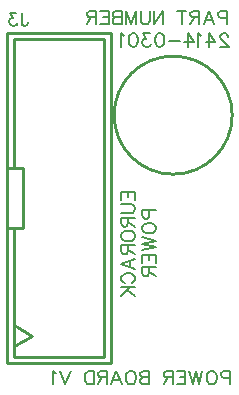
<source format=gbo>
G04 Layer: BottomSilkscreenLayer*
G04 EasyEDA v6.5.22, 2023-04-16 14:26:35*
G04 bb8b18280e224fb8820cbfc46fcd3399,5a6b42c53f6a479593ecc07194224c93,10*
G04 Gerber Generator version 0.2*
G04 Scale: 100 percent, Rotated: No, Reflected: No *
G04 Dimensions in millimeters *
G04 leading zeros omitted , absolute positions ,4 integer and 5 decimal *
%FSLAX45Y45*%
%MOMM*%

%ADD10C,0.2032*%
%ADD11C,0.1524*%
%ADD12C,0.2540*%

%LPD*%
D10*
X1917700Y11614589D02*
G01*
X1917700Y11500045D01*
X1917700Y11614589D02*
G01*
X1868609Y11614589D01*
X1852246Y11609136D01*
X1846790Y11603682D01*
X1841337Y11592773D01*
X1841337Y11576408D01*
X1846790Y11565498D01*
X1852246Y11560045D01*
X1868609Y11554589D01*
X1917700Y11554589D01*
X1761700Y11614589D02*
G01*
X1805335Y11500045D01*
X1761700Y11614589D02*
G01*
X1718063Y11500045D01*
X1788972Y11538226D02*
G01*
X1734428Y11538226D01*
X1682064Y11614589D02*
G01*
X1682064Y11500045D01*
X1682064Y11614589D02*
G01*
X1632973Y11614589D01*
X1616610Y11609136D01*
X1611155Y11603682D01*
X1605701Y11592773D01*
X1605701Y11581864D01*
X1611155Y11570954D01*
X1616610Y11565498D01*
X1632973Y11560045D01*
X1682064Y11560045D01*
X1643882Y11560045D02*
G01*
X1605701Y11500045D01*
X1531518Y11614589D02*
G01*
X1531518Y11500045D01*
X1569699Y11614589D02*
G01*
X1493337Y11614589D01*
X1373337Y11614589D02*
G01*
X1373337Y11500045D01*
X1373337Y11614589D02*
G01*
X1296974Y11500045D01*
X1296974Y11614589D02*
G01*
X1296974Y11500045D01*
X1260972Y11614589D02*
G01*
X1260972Y11532773D01*
X1255519Y11516408D01*
X1244610Y11505498D01*
X1228247Y11500045D01*
X1217338Y11500045D01*
X1200972Y11505498D01*
X1190066Y11516408D01*
X1184610Y11532773D01*
X1184610Y11614589D01*
X1148610Y11614589D02*
G01*
X1148610Y11500045D01*
X1148610Y11614589D02*
G01*
X1104973Y11500045D01*
X1061338Y11614589D02*
G01*
X1104973Y11500045D01*
X1061338Y11614589D02*
G01*
X1061338Y11500045D01*
X1025337Y11614589D02*
G01*
X1025337Y11500045D01*
X1025337Y11614589D02*
G01*
X976246Y11614589D01*
X959883Y11609136D01*
X954430Y11603682D01*
X948974Y11592773D01*
X948974Y11581864D01*
X954430Y11570954D01*
X959883Y11565498D01*
X976246Y11560045D01*
X1025337Y11560045D02*
G01*
X976246Y11560045D01*
X959883Y11554589D01*
X954430Y11549136D01*
X948974Y11538226D01*
X948974Y11521864D01*
X954430Y11510954D01*
X959883Y11505498D01*
X976246Y11500045D01*
X1025337Y11500045D01*
X912975Y11614589D02*
G01*
X912975Y11500045D01*
X912975Y11614589D02*
G01*
X842065Y11614589D01*
X912975Y11560045D02*
G01*
X869337Y11560045D01*
X912975Y11500045D02*
G01*
X842065Y11500045D01*
X806066Y11614589D02*
G01*
X806066Y11500045D01*
X806066Y11614589D02*
G01*
X756975Y11614589D01*
X740610Y11609136D01*
X735157Y11603682D01*
X729701Y11592773D01*
X729701Y11581864D01*
X735157Y11570954D01*
X740610Y11565498D01*
X756975Y11560045D01*
X806066Y11560045D01*
X767885Y11560045D02*
G01*
X729701Y11500045D01*
X1924946Y11396817D02*
G01*
X1924946Y11402273D01*
X1919490Y11413182D01*
X1914037Y11418636D01*
X1903128Y11424089D01*
X1881309Y11424089D01*
X1870400Y11418636D01*
X1864946Y11413182D01*
X1859490Y11402273D01*
X1859490Y11391364D01*
X1864946Y11380454D01*
X1875853Y11364089D01*
X1930400Y11309545D01*
X1854037Y11309545D01*
X1763491Y11424089D02*
G01*
X1818035Y11347726D01*
X1736219Y11347726D01*
X1763491Y11424089D02*
G01*
X1763491Y11309545D01*
X1700217Y11402273D02*
G01*
X1689310Y11407726D01*
X1672945Y11424089D01*
X1672945Y11309545D01*
X1582399Y11424089D02*
G01*
X1636946Y11347726D01*
X1555127Y11347726D01*
X1582399Y11424089D02*
G01*
X1582399Y11309545D01*
X1519128Y11358636D02*
G01*
X1420947Y11358636D01*
X1352219Y11424089D02*
G01*
X1368582Y11418636D01*
X1379491Y11402273D01*
X1384947Y11374998D01*
X1384947Y11358636D01*
X1379491Y11331364D01*
X1368582Y11314998D01*
X1352219Y11309545D01*
X1341310Y11309545D01*
X1324947Y11314998D01*
X1314038Y11331364D01*
X1308582Y11358636D01*
X1308582Y11374998D01*
X1314038Y11402273D01*
X1324947Y11418636D01*
X1341310Y11424089D01*
X1352219Y11424089D01*
X1261673Y11424089D02*
G01*
X1201674Y11424089D01*
X1234401Y11380454D01*
X1218036Y11380454D01*
X1207129Y11374998D01*
X1201674Y11369545D01*
X1196220Y11353182D01*
X1196220Y11342273D01*
X1201674Y11325908D01*
X1212583Y11314998D01*
X1228945Y11309545D01*
X1245311Y11309545D01*
X1261673Y11314998D01*
X1267129Y11320454D01*
X1272583Y11331364D01*
X1127493Y11424089D02*
G01*
X1143855Y11418636D01*
X1154765Y11402273D01*
X1160218Y11374998D01*
X1160218Y11358636D01*
X1154765Y11331364D01*
X1143855Y11314998D01*
X1127493Y11309545D01*
X1116584Y11309545D01*
X1100218Y11314998D01*
X1089312Y11331364D01*
X1083856Y11358636D01*
X1083856Y11374998D01*
X1089312Y11402273D01*
X1100218Y11418636D01*
X1116584Y11424089D01*
X1127493Y11424089D01*
X1047856Y11402273D02*
G01*
X1036947Y11407726D01*
X1020584Y11424089D01*
X1020584Y11309545D01*
X1199710Y9931400D02*
G01*
X1314254Y9931400D01*
X1199710Y9931400D02*
G01*
X1199710Y9882309D01*
X1205163Y9865946D01*
X1210617Y9860490D01*
X1221526Y9855037D01*
X1237891Y9855037D01*
X1248801Y9860490D01*
X1254254Y9865946D01*
X1259710Y9882309D01*
X1259710Y9931400D01*
X1199710Y9786310D02*
G01*
X1205163Y9797219D01*
X1216073Y9808128D01*
X1226982Y9813582D01*
X1243345Y9819035D01*
X1270617Y9819035D01*
X1286982Y9813582D01*
X1297891Y9808128D01*
X1308801Y9797219D01*
X1314254Y9786310D01*
X1314254Y9764491D01*
X1308801Y9753582D01*
X1297891Y9742672D01*
X1286982Y9737219D01*
X1270617Y9731763D01*
X1243345Y9731763D01*
X1226982Y9737219D01*
X1216073Y9742672D01*
X1205163Y9753582D01*
X1199710Y9764491D01*
X1199710Y9786310D01*
X1199710Y9695764D02*
G01*
X1314254Y9668492D01*
X1199710Y9641217D02*
G01*
X1314254Y9668492D01*
X1199710Y9641217D02*
G01*
X1314254Y9613945D01*
X1199710Y9586673D02*
G01*
X1314254Y9613945D01*
X1199710Y9550674D02*
G01*
X1314254Y9550674D01*
X1199710Y9550674D02*
G01*
X1199710Y9479765D01*
X1254254Y9550674D02*
G01*
X1254254Y9507037D01*
X1314254Y9550674D02*
G01*
X1314254Y9479765D01*
X1199710Y9443765D02*
G01*
X1314254Y9443765D01*
X1199710Y9443765D02*
G01*
X1199710Y9394672D01*
X1205163Y9378309D01*
X1210617Y9372856D01*
X1221526Y9367400D01*
X1232435Y9367400D01*
X1243345Y9372856D01*
X1248801Y9378309D01*
X1254254Y9394672D01*
X1254254Y9443765D01*
X1254254Y9405581D02*
G01*
X1314254Y9367400D01*
X1943100Y8566589D02*
G01*
X1943100Y8452045D01*
X1943100Y8566589D02*
G01*
X1894009Y8566589D01*
X1877646Y8561136D01*
X1872190Y8555682D01*
X1866737Y8544773D01*
X1866737Y8528408D01*
X1872190Y8517499D01*
X1877646Y8512045D01*
X1894009Y8506589D01*
X1943100Y8506589D01*
X1798010Y8566589D02*
G01*
X1808919Y8561136D01*
X1819828Y8550226D01*
X1825282Y8539317D01*
X1830735Y8522954D01*
X1830735Y8495682D01*
X1825282Y8479317D01*
X1819828Y8468408D01*
X1808919Y8457499D01*
X1798010Y8452045D01*
X1776191Y8452045D01*
X1765282Y8457499D01*
X1754372Y8468408D01*
X1748919Y8479317D01*
X1743463Y8495682D01*
X1743463Y8522954D01*
X1748919Y8539317D01*
X1754372Y8550226D01*
X1765282Y8561136D01*
X1776191Y8566589D01*
X1798010Y8566589D01*
X1707464Y8566589D02*
G01*
X1680192Y8452045D01*
X1652917Y8566589D02*
G01*
X1680192Y8452045D01*
X1652917Y8566589D02*
G01*
X1625645Y8452045D01*
X1598373Y8566589D02*
G01*
X1625645Y8452045D01*
X1562374Y8566589D02*
G01*
X1562374Y8452045D01*
X1562374Y8566589D02*
G01*
X1491465Y8566589D01*
X1562374Y8512045D02*
G01*
X1518737Y8512045D01*
X1562374Y8452045D02*
G01*
X1491465Y8452045D01*
X1455465Y8566589D02*
G01*
X1455465Y8452045D01*
X1455465Y8566589D02*
G01*
X1406372Y8566589D01*
X1390009Y8561136D01*
X1384556Y8555682D01*
X1379101Y8544773D01*
X1379101Y8533864D01*
X1384556Y8522954D01*
X1390009Y8517499D01*
X1406372Y8512045D01*
X1455465Y8512045D01*
X1417281Y8512045D02*
G01*
X1379101Y8452045D01*
X1259100Y8566589D02*
G01*
X1259100Y8452045D01*
X1259100Y8566589D02*
G01*
X1210010Y8566589D01*
X1193647Y8561136D01*
X1188191Y8555682D01*
X1182738Y8544773D01*
X1182738Y8533864D01*
X1188191Y8522954D01*
X1193647Y8517499D01*
X1210010Y8512045D01*
X1259100Y8512045D02*
G01*
X1210010Y8512045D01*
X1193647Y8506589D01*
X1188191Y8501136D01*
X1182738Y8490226D01*
X1182738Y8473864D01*
X1188191Y8462954D01*
X1193647Y8457499D01*
X1210010Y8452045D01*
X1259100Y8452045D01*
X1114010Y8566589D02*
G01*
X1124920Y8561136D01*
X1135829Y8550226D01*
X1141282Y8539317D01*
X1146738Y8522954D01*
X1146738Y8495682D01*
X1141282Y8479317D01*
X1135829Y8468408D01*
X1124920Y8457499D01*
X1114010Y8452045D01*
X1092192Y8452045D01*
X1081283Y8457499D01*
X1070373Y8468408D01*
X1064920Y8479317D01*
X1059464Y8495682D01*
X1059464Y8522954D01*
X1064920Y8539317D01*
X1070373Y8550226D01*
X1081283Y8561136D01*
X1092192Y8566589D01*
X1114010Y8566589D01*
X979830Y8566589D02*
G01*
X1023465Y8452045D01*
X979830Y8566589D02*
G01*
X936193Y8452045D01*
X1007102Y8490226D02*
G01*
X952555Y8490226D01*
X900193Y8566589D02*
G01*
X900193Y8452045D01*
X900193Y8566589D02*
G01*
X851103Y8566589D01*
X834737Y8561136D01*
X829284Y8555682D01*
X823828Y8544773D01*
X823828Y8533864D01*
X829284Y8522954D01*
X834737Y8517499D01*
X851103Y8512045D01*
X900193Y8512045D01*
X862012Y8512045D02*
G01*
X823828Y8452045D01*
X787829Y8566589D02*
G01*
X787829Y8452045D01*
X787829Y8566589D02*
G01*
X749647Y8566589D01*
X733285Y8561136D01*
X722375Y8550226D01*
X716920Y8539317D01*
X711466Y8522954D01*
X711466Y8495682D01*
X716920Y8479317D01*
X722375Y8468408D01*
X733285Y8457499D01*
X749647Y8452045D01*
X787829Y8452045D01*
X591466Y8566589D02*
G01*
X547829Y8452045D01*
X504192Y8566589D02*
G01*
X547829Y8452045D01*
X468193Y8544773D02*
G01*
X457283Y8550226D01*
X440921Y8566589D01*
X440921Y8452045D01*
X1021910Y10083800D02*
G01*
X1136454Y10083800D01*
X1021910Y10083800D02*
G01*
X1021910Y10012890D01*
X1076454Y10083800D02*
G01*
X1076454Y10040162D01*
X1136454Y10083800D02*
G01*
X1136454Y10012890D01*
X1021910Y9976891D02*
G01*
X1103726Y9976891D01*
X1120091Y9971435D01*
X1131000Y9960528D01*
X1136454Y9944163D01*
X1136454Y9933254D01*
X1131000Y9916891D01*
X1120091Y9905982D01*
X1103726Y9900528D01*
X1021910Y9900528D01*
X1021910Y9864526D02*
G01*
X1136454Y9864526D01*
X1021910Y9864526D02*
G01*
X1021910Y9815436D01*
X1027363Y9799073D01*
X1032817Y9793617D01*
X1043726Y9788164D01*
X1054635Y9788164D01*
X1065545Y9793617D01*
X1071000Y9799073D01*
X1076454Y9815436D01*
X1076454Y9864526D01*
X1076454Y9826345D02*
G01*
X1136454Y9788164D01*
X1021910Y9719437D02*
G01*
X1027363Y9730346D01*
X1038273Y9741255D01*
X1049182Y9746708D01*
X1065545Y9752164D01*
X1092817Y9752164D01*
X1109182Y9746708D01*
X1120091Y9741255D01*
X1131000Y9730346D01*
X1136454Y9719437D01*
X1136454Y9697618D01*
X1131000Y9686709D01*
X1120091Y9675799D01*
X1109182Y9670346D01*
X1092817Y9664890D01*
X1065545Y9664890D01*
X1049182Y9670346D01*
X1038273Y9675799D01*
X1027363Y9686709D01*
X1021910Y9697618D01*
X1021910Y9719437D01*
X1021910Y9628891D02*
G01*
X1136454Y9628891D01*
X1021910Y9628891D02*
G01*
X1021910Y9579800D01*
X1027363Y9563437D01*
X1032817Y9557981D01*
X1043726Y9552528D01*
X1054635Y9552528D01*
X1065545Y9557981D01*
X1071000Y9563437D01*
X1076454Y9579800D01*
X1076454Y9628891D01*
X1076454Y9590709D02*
G01*
X1136454Y9552528D01*
X1021910Y9472891D02*
G01*
X1136454Y9516529D01*
X1021910Y9472891D02*
G01*
X1136454Y9429254D01*
X1098273Y9500163D02*
G01*
X1098273Y9445619D01*
X1049182Y9311436D02*
G01*
X1038273Y9316892D01*
X1027363Y9327802D01*
X1021910Y9338711D01*
X1021910Y9360529D01*
X1027363Y9371436D01*
X1038273Y9382345D01*
X1049182Y9387801D01*
X1065545Y9393255D01*
X1092817Y9393255D01*
X1109182Y9387801D01*
X1120091Y9382345D01*
X1131000Y9371436D01*
X1136454Y9360529D01*
X1136454Y9338711D01*
X1131000Y9327802D01*
X1120091Y9316892D01*
X1109182Y9311436D01*
X1021910Y9275437D02*
G01*
X1136454Y9275437D01*
X1021910Y9199074D02*
G01*
X1098273Y9275437D01*
X1071000Y9248165D02*
G01*
X1136454Y9199074D01*
D11*
X176529Y11596115D02*
G01*
X176529Y11513058D01*
X181863Y11497310D01*
X186944Y11492229D01*
X197357Y11487150D01*
X207771Y11487150D01*
X218186Y11492229D01*
X223520Y11497310D01*
X228600Y11513058D01*
X228600Y11523471D01*
X132079Y11596115D02*
G01*
X74929Y11596115D01*
X105918Y11554460D01*
X90423Y11554460D01*
X80010Y11549379D01*
X74929Y11544300D01*
X69595Y11528552D01*
X69595Y11518137D01*
X74929Y11502644D01*
X85089Y11492229D01*
X100837Y11487150D01*
X116331Y11487150D01*
X132079Y11492229D01*
X137160Y11497310D01*
X142239Y11507724D01*
D12*
X113172Y8780023D02*
G01*
X266700Y8864600D01*
X113172Y8957823D01*
X935299Y8637005D02*
G01*
X935299Y11428996D01*
X935299Y11428994D02*
G01*
X55300Y11428996D01*
X55300Y11428996D02*
G01*
X55300Y8637005D01*
X55300Y8637005D02*
G01*
X935299Y8637005D01*
X63500Y9779000D02*
G01*
X190500Y9779000D01*
X190500Y10287000D01*
X63500Y10287000D01*
X114300Y8686800D02*
G01*
X876300Y8686800D01*
X876300Y11379200D01*
X114300Y11379200D01*
X114300Y10287000D01*
X114300Y9779000D02*
G01*
X114300Y8686800D01*
G75*
G01
X1960499Y10731500D02*
G03X1960499Y10731500I-499999J0D01*
M02*

</source>
